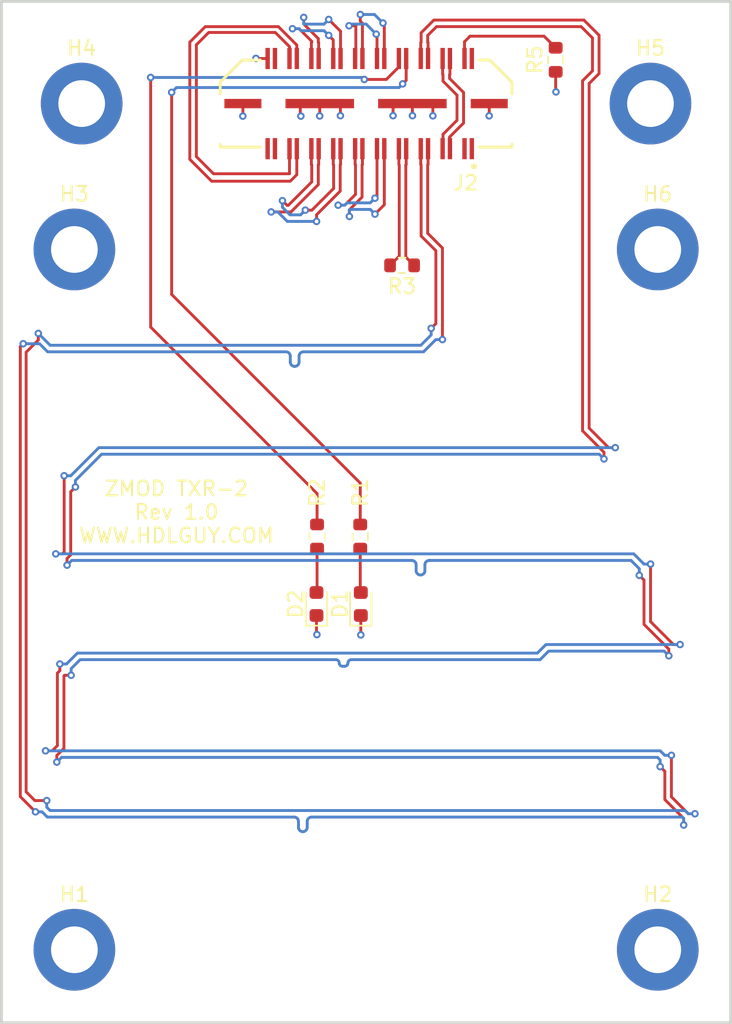
<source format=kicad_pcb>
(kicad_pcb (version 20211014) (generator pcbnew)
  (layers (0 "F.Cu" signal) (1 "In1.Cu" power) (2 "In2.Cu" power) (3 "In3.Cu" power) (4 "In4.Cu" power) (31 "B.Cu" signal) (34 "B.Paste" user) (35 "F.Paste" user) (36 "B.SilkS" user "B.Silkscreen") (37 "F.SilkS" user "F.Silkscreen") (38 "B.Mask" user) (39 "F.Mask" user) (44 "Edge.Cuts" user))
  (net 0 "")
  (net 1 "GND")
  (net 2 "/SCL")
  (net 3 "/SDA")
  (net 4 "/rsvd1")
  (net 5 "/rsvd2")
  (net 6 "/VIO")
  (net 7 "+3V3")
  (net 8 "Net-(D1-Pad2)")
  (net 9 "Net-(D2-Pad2)")
  (net 10 "Net-(J2-Pad14)")
  (net 11 "Net-(J2-Pad16)")
  (net 12 "+5V")
  (net 13 "/R_GA")
  (net 20 "/refclk_P")
  (net 21 "/refclk_N")
  (net 22 "/hss1_P")
  (net 23 "/hss1_N")
  (net 24 "/lvds0_P")
  (net 25 "/lvds3_P")
  (net 26 "/lvds0_N")
  (net 27 "/lvds3_N")
  (net 28 "/lvds1_P")
  (net 29 "/lvds2_P")
  (net 30 "/lvds1_N")
  (net 31 "/lvds2_N")
  (net 32 "/lvdsclk_P")
  (net 33 "/lvdsclk_N")
  (net 34 "/hss0_P")
  (net 35 "/hss0_N")
  (footprint "LED_SMD:LED_0603_1608Metric" (layer "F.Cu") (at 121.6 91.3 90)
    (fp_text reference "D2" (at 0 -1.43 90) (layer "F.SilkS"))
    (fp_text value "LED" hide)
    (fp_line (start -1.485 0.735) (end 0.8 0.735) (layer "F.SilkS") (width 0.12))
    (fp_line (start 0.8 -0.735) (end -1.485 -0.735) (layer "F.SilkS") (width 0.12))
    (fp_line (start -1.485 -0.735) (end -1.485 0.735) (layer "F.SilkS") (width 0.12))
    (pad "1" smd roundrect (at -0.7875 0 90) (size 0.875 0.95) (layers "F.Cu" "F.Paste" "F.Mask") (net 1 "GND"))
    (pad "2" smd roundrect (at 0.7875 0 90) (size 0.875 0.95) (layers "F.Cu" "F.Paste" "F.Mask") (net 9 "Net-(D2-Pad2)"))
  )
  (footprint "LED_SMD:LED_0603_1608Metric" (layer "F.Cu") (at 124.64 91.3 90)
    (fp_text reference "D1" (at 0 -1.43 90) (layer "F.SilkS"))
    (fp_text value "LED" hide)
    (fp_line (start -1.485 0.735) (end 0.8 0.735) (layer "F.SilkS") (width 0.12))
    (fp_line (start 0.8 -0.735) (end -1.485 -0.735) (layer "F.SilkS") (width 0.12))
    (fp_line (start -1.485 -0.735) (end -1.485 0.735) (layer "F.SilkS") (width 0.12))
    (pad "1" smd roundrect (at -0.7875 0 90) (size 0.875 0.95) (layers "F.Cu" "F.Paste" "F.Mask") (net 1 "GND"))
    (pad "2" smd roundrect (at 0.7875 0 90) (size 0.875 0.95) (layers "F.Cu" "F.Paste" "F.Mask") (net 8 "Net-(D1-Pad2)"))
  )
  (footprint "MountingHole:MountingHole_3.2mm_M3_DIN965_Pad_TopBottom" (layer "F.Cu") (at 145 67)
    (fp_text reference "H6" (at 0 -3.8) (layer "F.SilkS"))
    (fp_text value "MountingHole_Pad" hide)
    (pad "1" connect circle locked (at 0 0) (size 5.6 5.6) (layers "F.Cu" "F.Mask"))
    (pad "1" connect circle locked (at 0 0) (size 5.6 5.6) (layers "B.Cu" "B.Mask"))
    (pad "1" thru_hole circle locked (at 0 0) (size 3.6 3.6) (drill 3.2) (layers *.Cu *.Mask))
  )
  (footprint "Resistor_SMD:R_0603_1608Metric" (layer "F.Cu") (at 121.64 86.675 90)
    (fp_text reference "R2" (at 3 0 90) (layer "F.SilkS"))
    (fp_text value "240" hide)
    (fp_line (start -0.237258 -0.5225) (end 0.237258 -0.5225) (layer "F.SilkS") (width 0.12))
    (fp_line (start -0.237258 0.5225) (end 0.237258 0.5225) (layer "F.SilkS") (width 0.12))
    (pad "1" smd roundrect (at -0.825 0 90) (size 0.8 0.95) (layers "F.Cu" "F.Paste" "F.Mask") (net 9 "Net-(D2-Pad2)"))
    (pad "2" smd roundrect (at 0.825 0 90) (size 0.8 0.95) (layers "F.Cu" "F.Paste" "F.Mask") (net 11 "Net-(J2-Pad16)"))
  )
  (footprint "MountingHole:MountingHole_3.2mm_M3_DIN965_Pad_TopBottom" (layer "F.Cu") (at 144.5 57)
    (fp_text reference "H5" (at 0 -3.8) (layer "F.SilkS"))
    (fp_text value "MountingHole_Pad" hide)
    (pad "1" connect circle locked (at 0 0) (size 5.6 5.6) (layers "F.Cu" "F.Mask"))
    (pad "1" connect circle locked (at 0 0) (size 5.6 5.6) (layers "B.Cu" "B.Mask"))
    (pad "1" thru_hole circle locked (at 0 0) (size 3.6 3.6) (drill 3.2) (layers *.Cu *.Mask))
  )
  (footprint "MountingHole:MountingHole_3.2mm_M3_DIN965_Pad_TopBottom" (layer "F.Cu") (at 105 115)
    (fp_text reference "H1" (at 0 -3.8) (layer "F.SilkS"))
    (fp_text value "MountingHole_Pad" hide)
    (pad "1" connect circle locked (at 0 0) (size 5.6 5.6) (layers "F.Cu" "F.Mask"))
    (pad "1" connect circle locked (at 0 0) (size 5.6 5.6) (layers "B.Cu" "B.Mask"))
    (pad "1" thru_hole circle locked (at 0 0) (size 3.6 3.6) (drill 3.2) (layers *.Cu *.Mask))
  )
  (footprint "QTH:SAMTEC_QTH-020-01-X-D-DP-A" (layer "F.Cu") (at 125 57 180)
    (fp_text reference "J2" (at -6.825 -5.435 180) (layer "F.SilkS"))
    (fp_text value "QTH-020-01-X-D-DP-A" hide)
    (fp_line (start 10 0.67) (end 10 1.465) (layer "F.SilkS") (width 0.2))
    (fp_line (start -10 1.465) (end -8.48 2.985) (layer "F.SilkS") (width 0.2))
    (fp_line (start -10 -2.985) (end -7.75 -2.985) (layer "F.SilkS") (width 0.2))
    (fp_line (start -10 0.67) (end -10 1.465) (layer "F.SilkS") (width 0.2))
    (fp_line (start 8.48 2.985) (end 7.25 2.985) (layer "F.SilkS") (width 0.2))
    (fp_line (start -8.48 2.985) (end -7.75 2.985) (layer "F.SilkS") (width 0.2))
    (fp_line (start 10 -2.79) (end 10 -2.985) (layer "F.SilkS") (width 0.2))
    (fp_line (start 10 -2.985) (end 7.25 -2.985) (layer "F.SilkS") (width 0.2))
    (fp_line (start -10 -2.79) (end -10 -2.985) (layer "F.SilkS") (width 0.2))
    (fp_line (start 10 1.465) (end 8.48 2.985) (layer "F.SilkS") (width 0.2))
    (fp_circle (center -7.4 -4.3) (end -7.3 -4.3) (layer "F.SilkS") (width 0.2) (fill none))
    (pad "" np_thru_hole circle locked (at -9.24 -2.03 180) (size 1.02 1.02) (drill 1.02) (layers *.Cu *.Mask))
    (pad "" np_thru_hole circle locked (at 9.24 -2.03 180) (size 1.02 1.02) (drill 1.02) (layers *.Cu *.Mask))
    (pad "01" smd rect locked (at -7.25 -3.09 180) (size 0.3 1.45) (layers "F.Cu" "F.Paste" "F.Mask") (net 2 "/SCL"))
    (pad "02" smd rect locked (at -7.25 3.09 180) (size 0.3 1.45) (layers "F.Cu" "F.Paste" "F.Mask") (net 12 "+5V"))
    (pad "03" smd rect locked (at -6.75 -3.09 180) (size 0.3 1.45) (layers "F.Cu" "F.Paste" "F.Mask") (net 3 "/SDA"))
    (pad "04" smd rect locked (at -6.75 3.09 180) (size 0.3 1.45) (layers "F.Cu" "F.Paste" "F.Mask") (net 13 "/R_GA"))
    (pad "05" smd rect locked (at -5.75 -3.09 180) (size 0.3 1.45) (layers "F.Cu" "F.Paste" "F.Mask") (net 34 "/hss0_P"))
    (pad "06" smd rect locked (at -5.75 3.09 180) (size 0.3 1.45) (layers "F.Cu" "F.Paste" "F.Mask") (net 34 "/hss0_P"))
    (pad "07" smd rect locked (at -5.25 -3.09 180) (size 0.3 1.45) (layers "F.Cu" "F.Paste" "F.Mask") (net 35 "/hss0_N"))
    (pad "08" smd rect locked (at -5.25 3.09 180) (size 0.3 1.45) (layers "F.Cu" "F.Paste" "F.Mask") (net 35 "/hss0_N"))
    (pad "09" smd rect locked (at -4.25 -3.09 180) (size 0.3 1.45) (layers "F.Cu" "F.Paste" "F.Mask") (net 22 "/hss1_P"))
    (pad "10" smd rect locked (at -4.25 3.09 180) (size 0.3 1.45) (layers "F.Cu" "F.Paste" "F.Mask") (net 22 "/hss1_P"))
    (pad "11" smd rect locked (at -3.75 -3.09 180) (size 0.3 1.45) (layers "F.Cu" "F.Paste" "F.Mask") (net 23 "/hss1_N"))
    (pad "12" smd rect locked (at -3.75 3.09 180) (size 0.3 1.45) (layers "F.Cu" "F.Paste" "F.Mask") (net 23 "/hss1_N"))
    (pad "13" smd rect locked (at -2.75 -3.09 180) (size 0.3 1.45) (layers "F.Cu" "F.Paste" "F.Mask") (net 20 "/refclk_P"))
    (pad "14" smd rect locked (at -2.75 3.09 180) (size 0.3 1.45) (layers "F.Cu" "F.Paste" "F.Mask") (net 10 "Net-(J2-Pad14)"))
    (pad "15" smd rect locked (at -2.25 -3.09 180) (size 0.3 1.45) (layers "F.Cu" "F.Paste" "F.Mask") (net 21 "/refclk_N"))
    (pad "16" smd rect locked (at -2.25 3.09 180) (size 0.3 1.45) (layers "F.Cu" "F.Paste" "F.Mask") (net 11 "Net-(J2-Pad16)"))
    (pad "17" smd rect locked (at -1.25 -3.09 180) (size 0.3 1.45) (layers "F.Cu" "F.Paste" "F.Mask") (net 24 "/lvds0_P"))
    (pad "18" smd rect locked (at -1.25 3.09 180) (size 0.3 1.45) (layers "F.Cu" "F.Paste" "F.Mask") (net 25 "/lvds3_P"))
    (pad "19" smd rect locked (at -0.75 -3.09 180) (size 0.3 1.45) (layers "F.Cu" "F.Paste" "F.Mask") (net 26 "/lvds0_N"))
    (pad "20" smd rect locked (at -0.75 3.09 180) (size 0.3 1.45) (layers "F.Cu" "F.Paste" "F.Mask") (net 27 "/lvds3_N"))
    (pad "21" smd rect locked (at 0.25 -3.09 180) (size 0.3 1.45) (layers "F.Cu" "F.Paste" "F.Mask") (net 24 "/lvds0_P"))
    (pad "22" smd rect locked (at 0.25 3.09 180) (size 0.3 1.45) (layers "F.Cu" "F.Paste" "F.Mask") (net 25 "/lvds3_P"))
    (pad "23" smd rect locked (at 0.75 -3.09 180) (size 0.3 1.45) (layers "F.Cu" "F.Paste" "F.Mask") (net 26 "/lvds0_N"))
    (pad "24" smd rect locked (at 0.75 3.09 180) (size 0.3 1.45) (layers "F.Cu" "F.Paste" "F.Mask") (net 27 "/lvds3_N"))
    (pad "25" smd rect locked (at 1.75 -3.09 180) (size 0.3 1.45) (layers "F.Cu" "F.Paste" "F.Mask") (net 28 "/lvds1_P"))
    (pad "26" smd rect locked (at 1.75 3.09 180) (size 0.3 1.45) (layers "F.Cu" "F.Paste" "F.Mask") (net 29 "/lvds2_P"))
    (pad "27" smd rect locked (at 2.25 -3.09 180) (size 0.3 1.45) (layers "F.Cu" "F.Paste" "F.Mask") (net 30 "/lvds1_N"))
    (pad "28" smd rect locked (at 2.25 3.09 180) (size 0.3 1.45) (layers "F.Cu" "F.Paste" "F.Mask") (net 31 "/lvds2_N"))
    (pad "29" smd rect locked (at 3.25 -3.09 180) (size 0.3 1.45) (layers "F.Cu" "F.Paste" "F.Mask") (net 28 "/lvds1_P"))
    (pad "30" smd rect locked (at 3.25 3.09 180) (size 0.3 1.45) (layers "F.Cu" "F.Paste" "F.Mask") (net 29 "/lvds2_P"))
    (pad "31" smd rect locked (at 3.75 -3.09 180) (size 0.3 1.45) (layers "F.Cu" "F.Paste" "F.Mask") (net 30 "/lvds1_N"))
    (pad "32" smd rect locked (at 3.75 3.09 180) (size 0.3 1.45) (layers "F.Cu" "F.Paste" "F.Mask") (net 31 "/lvds2_N"))
    (pad "33" smd rect locked (at 4.75 -3.09 180) (size 0.3 1.45) (layers "F.Cu" "F.Paste" "F.Mask") (net 32 "/lvdsclk_P"))
    (pad "34" smd rect locked (at 4.75 3.09 180) (size 0.3 1.45) (layers "F.Cu" "F.Paste" "F.Mask") (net 32 "/lvdsclk_P"))
    (pad "35" smd rect locked (at 5.25 -3.09 180) (size 0.3 1.45) (layers "F.Cu" "F.Paste" "F.Mask") (net 33 "/lvdsclk_N"))
    (pad "36" smd rect locked (at 5.25 3.09 180) (size 0.3 1.45) (layers "F.Cu" "F.Paste" "F.Mask") (net 33 "/lvdsclk_N"))
    (pad "37" smd rect locked (at 6.25 -3.09 180) (size 0.3 1.45) (layers "F.Cu" "F.Paste" "F.Mask") (net 4 "/rsvd1"))
    (pad "38" smd rect locked (at 6.25 3.09 180) (size 0.3 1.45) (layers "F.Cu" "F.Paste" "F.Mask") (net 5 "/rsvd2"))
    (pad "39" smd rect locked (at 6.75 -3.09 180) (size 0.3 1.45) (layers "F.Cu" "F.Paste" "F.Mask") (net 6 "/VIO"))
    (pad "40" smd rect locked (at 6.75 3.09 180) (size 0.3 1.45) (layers "F.Cu" "F.Paste" "F.Mask") (net 7 "+3V3"))
    (pad "G1" smd rect locked (at -8.445 0 180) (size 2.54 0.64) (layers "F.Cu" "F.Paste" "F.Mask") (net 1 "GND"))
    (pad "G2" smd rect locked (at -3.175 0 180) (size 4.7 0.64) (layers "F.Cu" "F.Paste" "F.Mask") (net 1 "GND"))
    (pad "G3" smd rect locked (at 3.175 0 180) (size 4.7 0.64) (layers "F.Cu" "F.Paste" "F.Mask") (net 1 "GND"))
    (pad "G4" smd rect locked (at 8.445 0 180) (size 2.54 0.64) (layers "F.Cu" "F.Paste" "F.Mask") (net 1 "GND"))
  )
  (footprint "MountingHole:MountingHole_3.2mm_M3_DIN965_Pad_TopBottom" (layer "F.Cu") (at 105 67)
    (fp_text reference "H3" (at 0 -3.8) (layer "F.SilkS"))
    (fp_text value "MountingHole_Pad" hide)
    (pad "1" thru_hole circle locked (at 0 0) (size 3.6 3.6) (drill 3.2) (layers *.Cu *.Mask))
    (pad "1" connect circle locked (at 0 0) (size 5.6 5.6) (layers "F.Cu" "F.Mask"))
    (pad "1" connect circle locked (at 0 0) (size 5.6 5.6) (layers "B.Cu" "B.Mask"))
  )
  (footprint "MountingHole:MountingHole_3.2mm_M3_DIN965_Pad_TopBottom" (layer "F.Cu") (at 105.5 57)
    (fp_text reference "H4" (at 0 -3.8) (layer "F.SilkS"))
    (fp_text value "MountingHole_Pad" hide)
    (pad "1" connect circle locked (at 0 0) (size 5.6 5.6) (layers "B.Cu" "B.Mask"))
    (pad "1" connect circle locked (at 0 0) (size 5.6 5.6) (layers "F.Cu" "F.Mask"))
    (pad "1" thru_hole circle locked (at 0 0) (size 3.6 3.6) (drill 3.2) (layers *.Cu *.Mask))
  )
  (footprint "Resistor_SMD:R_0603_1608Metric" (layer "F.Cu") (at 127.47 68.09 180)
    (fp_text reference "R3" (at 0 -1.43) (layer "F.SilkS"))
    (fp_text value "100" hide)
    (fp_line (start -0.237258 -0.5225) (end 0.237258 -0.5225) (layer "F.SilkS") (width 0.12))
    (fp_line (start -0.237258 0.5225) (end 0.237258 0.5225) (layer "F.SilkS") (width 0.12))
    (pad "1" smd roundrect (at -0.825 0 180) (size 0.8 0.95) (layers "F.Cu" "F.Paste" "F.Mask") (net 20 "/refclk_P"))
    (pad "2" smd roundrect (at 0.825 0 180) (size 0.8 0.95) (layers "F.Cu" "F.Paste" "F.Mask") (net 21 "/refclk_N"))
  )
  (footprint "Resistor_SMD:R_0603_1608Metric" (layer "F.Cu") (at 124.6 86.675 90)
    (fp_text reference "R1" (at 3 0 90) (layer "F.SilkS"))
    (fp_text value "240" hide)
    (fp_line (start -0.237258 0.5225) (end 0.237258 0.5225) (layer "F.SilkS") (width 0.12))
    (fp_line (start -0.237258 -0.5225) (end 0.237258 -0.5225) (layer "F.SilkS") (width 0.12))
    (pad "1" smd roundrect (at -0.825 0 90) (size 0.8 0.95) (layers "F.Cu" "F.Paste" "F.Mask") (net 8 "Net-(D1-Pad2)"))
    (pad "2" smd roundrect (at 0.825 0 90) (size 0.8 0.95) (layers "F.Cu" "F.Paste" "F.Mask") (net 10 "Net-(J2-Pad14)"))
  )
  (footprint "MountingHole:MountingHole_3.2mm_M3_DIN965_Pad_TopBottom" (layer "F.Cu") (at 145 115)
    (fp_text reference "H2" (at 0 -3.8) (layer "F.SilkS"))
    (fp_text value "MountingHole_Pad" hide)
    (pad "1" thru_hole circle locked (at 0 0) (size 3.6 3.6) (drill 3.2) (layers *.Cu *.Mask))
    (pad "1" connect circle locked (at 0 0) (size 5.6 5.6) (layers "F.Cu" "F.Mask"))
    (pad "1" connect circle locked (at 0 0) (size 5.6 5.6) (layers "B.Cu" "B.Mask"))
  )
  (footprint "Resistor_SMD:R_0603_1608Metric" (layer "F.Cu") (at 138 54 90)
    (fp_text reference "R5" (at 0 -1.43 90) (layer "F.SilkS"))
    (fp_text value "10k,1%" hide)
    (fp_line (start -0.237258 0.5225) (end 0.237258 0.5225) (layer "F.SilkS") (width 0.12))
    (fp_line (start -0.237258 -0.5225) (end 0.237258 -0.5225) (layer "F.SilkS") (width 0.12))
    (pad "1" smd roundrect (at -0.825 0 90) (size 0.8 0.95) (layers "F.Cu" "F.Paste" "F.Mask") (net 7 "+3V3"))
    (pad "2" smd roundrect (at 0.825 0 90) (size 0.8 0.95) (layers "F.Cu" "F.Paste" "F.Mask") (net 13 "/R_GA"))
  )
  (gr_line locked (start 150 50) (end 100 50) (layer "Edge.Cuts") (width 0.2))
  (gr_line locked (start 100 50) (end 100 120) (layer "Edge.Cuts") (width 0.2))
  (gr_line locked (start 100 120) (end 150 120) (layer "Edge.Cuts") (width 0.2))
  (gr_line locked (start 150 120) (end 150 50) (layer "Edge.Cuts") (width 0.2))
  (gr_text "ZMOD TXR-2\nRev 1.0\nWWW.HDLGUY.COM" (at 112 85) (layer "F.SilkS") (effects (font (size 1 1))))
  (segment (start 128.175 57) (end 128.175 57.825) (width 0.19558) (layer "F.Cu") (net 1))
  (segment (start 128.175 57.825) (end 128.18 57.83) (width 0.19558) (layer "F.Cu") (net 1))
  (segment (start 126.85 57.31) (end 126.85 57.83) (width 0.19558) (layer "F.Cu") (net 1))
  (segment (start 129.58 57.21) (end 129.58 57.84) (width 0.19558) (layer "F.Cu") (net 1))
  (segment (start 121.825 57) (end 121.825 57.845) (width 0.19558) (layer "F.Cu") (net 1))
  (segment (start 116.555 57.855) (end 116.55 57.86) (width 0.19558) (layer "F.Cu") (net 1))
  (segment (start 116.555 57) (end 116.555 57.855) (width 0.19558) (layer "F.Cu") (net 1))
  (segment (start 121.825 57.845) (end 121.82 57.85) (width 0.19558) (layer "F.Cu") (net 1))
  (segment (start 121.6 93.37) (end 121.63 93.4) (width 0.19558) (layer "F.Cu") (net 1))
  (segment (start 120.49 57.14) (end 120.49 57.82) (width 0.19558) (layer "F.Cu") (net 1))
  (segment (start 120.49 57.82) (end 120.53 57.86) (width 0.19558) (layer "F.Cu") (net 1))
  (segment (start 133.445 57) (end 133.445 57.835) (width 0.19558) (layer "F.Cu") (net 1))
  (segment (start 133.445 57.835) (end 133.44 57.84) (width 0.19558) (layer "F.Cu") (net 1))
  (segment (start 121.6 92.0875) (end 121.6 93.37) (width 0.19558) (layer "F.Cu") (net 1))
  (segment (start 123.24 57.29) (end 123.24 57.83) (width 0.19558) (layer "F.Cu") (net 1))
  (segment (start 124.64 92.0875) (end 124.64 93.42) (width 0.19558) (layer "F.Cu") (net 1))
  (segment (start 122.95 57) (end 123.24 57.29) (width 0.19558) (layer "F.Cu") (net 1))
  (segment (start 127.11 57.05) (end 126.85 57.31) (width 0.19558) (layer "F.Cu") (net 1))
  (via (at 120.53 57.86) (size 0.508) (drill 0.254) (layers "F.Cu" "B.Cu") (net 1))
  (via (at 121.82 57.85) (size 0.508) (drill 0.254) (layers "F.Cu" "B.Cu") (net 1))
  (via (at 116.55 57.86) (size 0.508) (drill 0.254) (layers "F.Cu" "B.Cu") (net 1))
  (via (at 123.24 57.83) (size 0.508) (drill 0.254) (layers "F.Cu" "B.Cu") (net 1))
  (via (at 121.63 93.4) (size 0.508) (drill 0.254) (layers "F.Cu" "B.Cu") (net 1))
  (via (at 124.64 93.42) (size 0.508) (drill 0.254) (layers "F.Cu" "B.Cu") (net 1))
  (via (at 133.44 57.84) (size 0.508) (drill 0.254) (layers "F.Cu" "B.Cu") (net 1))
  (via (at 129.58 57.84) (size 0.508) (drill 0.254) (layers "F.Cu" "B.Cu") (net 1))
  (via (at 126.85 57.83) (size 0.508) (drill 0.254) (layers "F.Cu" "B.Cu") (net 1))
  (via (at 128.18 57.83) (size 0.508) (drill 0.254) (layers "F.Cu" "B.Cu") (net 1))
  (segment (start 118.25 53.91) (end 117.46 53.91) (width 0.19558) (layer "F.Cu") (net 7))
  (segment (start 138 54.825) (end 138 56.18) (width 0.19558) (layer "F.Cu") (net 7))
  (segment (start 117.46 53.91) (end 117.45 53.9) (width 0.19558) (layer "F.Cu") (net 7))
  (segment (start 138 56.18) (end 138.02 56.2) (width 0.19558) (layer "F.Cu") (net 7))
  (via (at 117.45 53.9) (size 0.508) (drill 0.254) (layers "F.Cu" "B.Cu") (net 7))
  (via (at 138.02 56.2) (size 0.508) (drill 0.254) (layers "F.Cu" "B.Cu") (net 7))
  (segment (start 124.6 87.5) (end 124.6 90.4725) (width 0.19558) (layer "F.Cu") (net 8))
  (segment (start 121.64 87.5) (end 121.64 90.4725) (width 0.19558) (layer "F.Cu") (net 9))
  (segment (start 111.67 70.08) (end 124.6 83.01) (width 0.19558) (layer "F.Cu") (net 10))
  (segment (start 111.67 70.08) (end 111.67 56.23) (width 0.19558) (layer "F.Cu") (net 10))
  (segment (start 127.75 55.41) (end 127.75 53.91) (width 0.19558) (layer "F.Cu") (net 10))
  (segment (start 124.6 85.85) (end 124.6 83.01) (width 0.19558) (layer "F.Cu") (net 10))
  (segment (start 127.51 55.65) (end 127.75 55.41) (width 0.19558) (layer "F.Cu") (net 10))
  (via (at 127.51 55.65) (size 0.508) (drill 0.254) (layers "F.Cu" "B.Cu") (net 10))
  (via (at 111.67 56.23) (size 0.508) (drill 0.254) (layers "F.Cu" "B.Cu") (net 10))
  (segment (start 112 55.9) (end 127.26 55.9) (width 0.19558) (layer "B.Cu") (net 10))
  (segment (start 111.67 56.23) (end 112 55.9) (width 0.19558) (layer "B.Cu") (net 10))
  (segment (start 127.26 55.9) (end 127.51 55.65) (width 0.19558) (layer "B.Cu") (net 10))
  (segment (start 126.38949 55.34551) (end 124.88 55.34551) (width 0.19558) (layer "F.Cu") (net 11))
  (segment (start 127.25 54.485) (end 126.38949 55.34551) (width 0.19558) (layer "F.Cu") (net 11))
  (segment (start 121.64 85.85) (end 121.64 83.73) (width 0.19558) (layer "F.Cu") (net 11))
  (segment (start 110.23 72.32) (end 110.23 55.21) (width 0.19558) (layer "F.Cu") (net 11))
  (segment (start 110.23 72.32) (end 121.64 83.73) (width 0.19558) (layer "F.Cu") (net 11))
  (via (at 110.23 55.21) (size 0.508) (drill 0.254) (layers "F.Cu" "B.Cu") (net 11))
  (via (at 124.88 55.34551) (size 0.508) (drill 0.254) (layers "F.Cu" "B.Cu") (net 11))
  (segment (start 124.74449 55.21) (end 124.88 55.34551) (width 0.19558) (layer "B.Cu") (net 11))
  (segment (start 110.23 55.21) (end 124.74449 55.21) (width 0.19558) (layer "B.Cu") (net 11))
  (segment (start 137.205 52.38) (end 138 53.175) (width 0.19558) (layer "F.Cu") (net 13))
  (segment (start 131.75 52.76) (end 132.13 52.38) (width 0.19558) (layer "F.Cu") (net 13))
  (segment (start 131.75 53.91) (end 131.75 52.76) (width 0.19558) (layer "F.Cu") (net 13))
  (segment (start 132.13 52.38) (end 137.205 52.38) (width 0.19558) (layer "F.Cu") (net 13))
  (segment (start 127.75 61.177501) (end 127.72479 61.202711) (width 0.19558) (layer "F.Cu") (net 20))
  (segment (start 127.72479 61.202711) (end 127.72479 67.51979) (width 0.19558) (layer "F.Cu") (net 20))
  (segment (start 127.72479 67.51979) (end 128.295 68.09) (width 0.19558) (layer "F.Cu") (net 20))
  (segment (start 127.75 60.09) (end 127.75 61.177501) (width 0.19558) (layer "F.Cu") (net 20))
  (segment (start 127.25 60.09) (end 127.25 61.177501) (width 0.19558) (layer "F.Cu") (net 21))
  (segment (start 127.27521 67.45979) (end 126.645 68.09) (width 0.19558) (layer "F.Cu") (net 21))
  (segment (start 127.27521 61.202711) (end 127.27521 67.45979) (width 0.19558) (layer "F.Cu") (net 21))
  (segment (start 127.25 61.177501) (end 127.27521 61.202711) (width 0.19558) (layer "F.Cu") (net 21))
  (segment (start 139.84521 55.436888) (end 139.84521 79.433112) (width 0.19558) (layer "F.Cu") (net 22))
  (segment (start 130.236152 66.89825) (end 129.22479 65.886888) (width 0.19558) (layer "F.Cu") (net 22))
  (segment (start 101.291719 73.658515) (end 101.490337 73.459897) (width 0.19558) (layer "F.Cu") (net 22))
  (segment (start 129.22479 65.886888) (end 129.22479 61.202711) (width 0.19558) (layer "F.Cu") (net 22))
  (segment (start 129.22479 52.797289) (end 129.22479 52.333112) (width 0.19558) (layer "F.Cu") (net 22))
  (segment (start 144.056571 89.658875) (end 144.056571 92.694473) (width 0.19558) (layer "F.Cu") (net 22))
  (segment (start 139.746888 51.72479) (end 140.52521 52.503112) (width 0.19558) (layer "F.Cu") (net 22))
  (segment (start 129.25 52.822499) (end 129.22479 52.797289) (width 0.19558) (layer "F.Cu") (net 22))
  (segment (start 129.25 53.91) (end 129.25 52.822499) (width 0.19558) (layer "F.Cu") (net 22))
  (segment (start 101.291719 104.504023) (end 101.291719 73.658515) (width 0.19558) (layer "F.Cu") (net 22))
  (segment (start 105.071152 83.281152) (end 104.748429 83.603875) (width 0.19558) (layer "F.Cu") (net 22))
  (segment (start 129.22479 61.202711) (end 129.25 61.177501) (width 0.19558) (layer "F.Cu") (net 22))
  (segment (start 145.163848 102.446152) (end 145.486571 102.768875) (width 0.19558) (layer "F.Cu") (net 22))
  (segment (start 130.236152 73.176152) (end 130.236152 66.89825) (width 0.19558) (layer "F.Cu") (net 22))
  (segment (start 104.776152 96.186152) (end 104.32175 96.186152) (width 0.19558) (layer "F.Cu") (net 22))
  (segment (start 129.25 61.177501) (end 129.25 60.09) (width 0.19558) (layer "F.Cu") (net 22))
  (segment (start 129.833112 51.72479) (end 139.746888 51.72479) (width 0.19558) (layer "F.Cu") (net 22))
  (segment (start 103.796152 101.68175) (end 103.796152 102.136152) (width 0.19558) (layer "F.Cu") (net 22))
  (segment (start 104.28479 96.223112) (end 104.28479 101.193112) (width 0.19558) (layer "F.Cu") (net 22))
  (segment (start 129.22479 52.333112) (end 129.833112 51.72479) (width 0.19558) (layer "F.Cu") (net 22))
  (segment (start 104.748429 87.929473) (end 104.496152 88.18175) (width 0.19558) (layer "F.Cu") (net 22))
  (segment (start 139.84521 79.433112) (end 141.313848 80.90175) (width 0.19558) (layer "F.Cu") (net 22))
  (segment (start 102.333848 105.546152) (end 101.291719 104.504023) (width 0.19558) (layer "F.Cu") (net 22))
  (segment (start 143.733848 89.336152) (end 144.056571 89.658875) (width 0.19558) (layer "F.Cu") (net 22))
  (segment (start 140.52521 54.756888) (end 139.84521 55.436888) (width 0.19558) (layer "F.Cu") (net 22))
  (segment (start 104.28479 101.193112) (end 103.796152 101.68175) (width 0.19558) (layer "F.Cu") (net 22))
  (segment (start 104.496152 88.18175) (end 104.496152 88.636152) (width 0.19558) (layer "F.Cu") (net 22))
  (segment (start 146.778848 105.99675) (end 146.778848 106.451152) (width 0.19558) (layer "F.Cu") (net 22))
  (segment (start 144.056571 92.694473) (end 145.758848 94.39675) (width 0.19558) (layer "F.Cu") (net 22))
  (segment (start 104.32175 96.186152) (end 104.28479 96.223112) (width 0.19558) (layer "F.Cu") (net 22))
  (segment (start 145.758848 94.39675) (end 145.758848 94.851152) (width 0.19558) (layer "F.Cu") (net 22))
  (segment (start 145.486571 104.704473) (end 146.778848 105.99675) (width 0.19558) (layer "F.Cu") (net 22))
  (segment (start 141.313848 80.90175) (end 141.313848 81.356152) (width 0.19558) (layer "F.Cu") (net 22))
  (segment (start 104.748429 83.603875) (end 104.748429 87.929473) (width 0.19558) (layer "F.Cu") (net 22))
  (segment (start 145.486571 102.768875) (end 145.486571 104.704473) (width 0.19558) (layer "F.Cu") (net 22))
  (segment (start 140.52521 52.503112) (end 140.52521 54.756888) (width 0.19558) (layer "F.Cu") (net 22))
  (via (at 141.313848 81.356152) (size 0.508) (drill 0.254) (layers "F.Cu" "B.Cu") (net 22))
  (via (at 146.778848 106.451152) (size 0.508) (drill 0.254) (layers "F.Cu" "B.Cu") (net 22))
  (via (at 105.071152 83.281152) (size 0.508) (drill 0.254) (layers "F.Cu" "B.Cu") (net 22))
  (via (at 102.333848 105.546152) (size 0.508) (drill 0.254) (layers "F.Cu" "B.Cu") (net 22))
  (via (at 145.163848 102.446152) (size 0.508) (drill 0.254) (layers "F.Cu" "B.Cu") (net 22))
  (via (at 143.733848 89.336152) (size 0.508) (drill 0.254) (layers "F.Cu" "B.Cu") (net 22))
  (via (at 130.236152 73.176152) (size 0.508) (drill 0.254) (layers "F.Cu" "B.Cu") (net 22))
  (via (at 101.490337 73.459897) (size 0.508) (drill 0.254) (layers "F.Cu" "B.Cu") (net 22))
  (via (at 103.796152 102.136152) (size 0.508) (drill 0.254) (layers "F.Cu" "B.Cu") (net 22))
  (via (at 145.758848 94.851152) (size 0.508) (drill 0.254) (layers "F.Cu" "B.Cu") (net 22))
  (via (at 104.496152 88.636152) (size 0.508) (drill 0.254) (layers "F.Cu" "B.Cu") (net 22))
  (via (at 104.776152 96.186152) (size 0.508) (drill 0.254) (layers "F.Cu" "B.Cu") (net 22))
  (segment (start 145.758848 94.851152) (end 145.436125 94.528429) (width 0.19558) (layer "B.Cu") (net 22))
  (segment (start 140.991125 81.033429) (end 106.864473 81.033429) (width 0.19558) (layer "B.Cu") (net 22))
  (segment (start 143.165527 88.313429) (end 143.733848 88.88175) (width 0.19558) (layer "B.Cu") (net 22))
  (segment (start 121.26479 105.90479) (end 121.31479 105.90479) (width 0.19558) (layer "B.Cu") (net 22))
  (segment (start 104.776152 95.73175) (end 104.776152 96.186152) (width 0.19558) (layer "B.Cu") (net 22))
  (segment (start 136.933112 95.11479) (end 123.98521 95.11479) (width 0.19558) (layer "B.Cu") (net 22))
  (segment (start 141.313848 81.356152) (end 140.991125 81.033429) (width 0.19558) (layer "B.Cu") (net 22))
  (segment (start 120.70521 74.01479) (end 120.75521 74.01479) (width 0.19558) (layer "B.Cu") (net 22))
  (segment (start 120.40521 74.71479) (end 120.40521 74.31479) (width 0.19558) (layer "B.Cu") (net 22))
  (segment (start 102.78825 105.546152) (end 103.146888 105.90479) (width 0.19558) (layer "B.Cu") (net 22))
  (segment (start 122.931158 95.11479) (end 122.78521 95.11479) (width 0.19558) (layer "B.Cu") (net 22))
  (segment (start 129.383429 88.313429) (end 143.165527 88.313429) (width 0.19558) (layer "B.Cu") (net 22))
  (segment (start 102.609897 73.459897) (end 103.16479 74.01479) (width 0.19558) (layer "B.Cu") (net 22))
  (segment (start 120.75521 74.01479) (end 128.943112 74.01479) (width 0.19558) (layer "B.Cu") (net 22))
  (segment (start 145.163848 101.99175) (end 145.163848 102.446152) (width 0.19558) (layer "B.Cu") (net 22))
  (segment (start 144.985527 101.813429) (end 145.163848 101.99175) (width 0.19558) (layer "B.Cu") (net 22))
  (segment (start 123.531158 95.568842) (end 123.38521 95.568842) (width 0.19558) (layer "B.Cu") (net 22))
  (segment (start 103.16479 74.01479) (end 119.50521 74.01479) (width 0.19558) (layer "B.Cu") (net 22))
  (segment (start 137.519473 94.528429) (end 136.933112 95.11479) (width 0.19558) (layer "B.Cu") (net 22))
  (segment (start 128.943112 74.01479) (end 129.78175 73.176152) (width 0.19558) (layer "B.Cu") (net 22))
  (segment (start 143.733848 88.88175) (end 143.733848 89.336152) (width 0.19558) (layer "B.Cu") (net 22))
  (segment (start 120.96479 106.60479) (end 120.96479 106.20479) (width 0.19558) (layer "B.Cu") (net 22))
  (segment (start 129.333429 88.313429) (end 129.383429 88.313429) (width 0.19558) (layer "B.Cu") (net 22))
  (segment (start 102.333848 105.546152) (end 102.78825 105.546152) (width 0.19558) (layer "B.Cu") (net 22))
  (segment (start 145.436125 94.528429) (end 137.519473 94.528429) (width 0.19558) (layer "B.Cu") (net 22))
  (segment (start 105.071152 82.82675) (end 105.071152 83.281152) (width 0.19558) (layer "B.Cu") (net 22))
  (segment (start 146.778848 105.99675) (end 146.778848 106.451152) (width 0.19558) (layer "B.Cu") (net 22))
  (segment (start 104.818875 88.313429) (end 128.133429 88.313429) (width 0.19558) (layer "B.Cu") (net 22))
  (segment (start 129.78175 73.176152) (end 130.236152 73.176152) (width 0.19558) (layer "B.Cu") (net 22))
  (segment (start 103.796152 102.136152) (end 104.118875 101.813429) (width 0.19558) (layer "B.Cu") (net 22))
  (segment (start 101.490337 73.459897) (end 102.609897 73.459897) (width 0.19558) (layer "B.Cu") (net 22))
  (segment (start 120.36479 106.20479) (end 120.36479 106.60479) (width 0.19558) (layer "B.Cu") (net 22))
  (segment (start 122.78521 95.11479) (end 105.393112 95.11479) (width 0.19558) (layer "B.Cu") (net 22))
  (segment (start 128.433429 88.613429) (end 128.433429 89.013429) (width 0.19558) (layer "B.Cu") (net 22))
  (segment (start 104.496152 88.636152) (end 104.818875 88.313429) (width 0.19558) (layer "B.Cu") (net 22))
  (segment (start 103.146888 105.90479) (end 120.06479 105.90479) (width 0.19558) (layer "B.Cu") (net 22))
  (segment (start 121.31479 105.90479) (end 146.686888 105.90479) (width 0.19558) (layer "B.Cu") (net 22))
  (segment (start 146.686888 105.90479) (end 146.778848 105.99675) (width 0.19558) (layer "B.Cu") (net 22))
  (segment (start 106.864473 81.033429) (end 105.071152 82.82675) (width 0.19558) (layer "B.Cu") (net 22))
  (segment (start 129.033429 89.013429) (end 129.033429 88.613429) (width 0.19558) (layer "B.Cu") (net 22))
  (segment (start 104.118875 101.813429) (end 144.985527 101.813429) (width 0.19558) (layer "B.Cu") (net 22))
  (segment (start 105.393112 95.11479) (end 104.776152 95.73175) (width 0.19558) (layer "B.Cu") (net 22))
  (segment (start 119.80521 74.31479) (end 119.80521 74.71479) (width 0.19558) (layer "B.Cu") (net 22))
  (arc (start 120.40521 74.31479) (mid 120.493078 74.102658) (end 120.70521 74.01479) (width 0.19558) (layer "B.Cu") (net 22))
  (arc (start 128.433429 89.013429) (mid 128.521297 89.225561) (end 128.733429 89.313429) (width 0.19558) (layer "B.Cu") (net 22))
  (arc (start 120.96479 106.20479) (mid 121.052658 105.992658) (end 121.26479 105.90479) (width 0.19558) (layer "B.Cu") (net 22))
  (arc (start 123.38521 95.568842) (mid 123.224678 95.502348) (end 123.158184 95.341816) (width 0.19558) (layer "B.Cu") (net 22))
  (arc (start 123.158184 95.341816) (mid 123.09169 95.181284) (end 122.931158 95.11479) (width 0.19558) (layer "B.Cu") (net 22))
  (arc (start 123.98521 95.11479) (mid 123.824678 95.181284) (end 123.758184 95.341816) (width 0.19558) (layer "B.Cu") (net 22))
  (arc (start 120.10521 75.01479) (mid 120.317342 74.926922) (end 120.40521 74.71479) (width 0.19558) (layer "B.Cu") (net 22))
  (arc (start 119.80521 74.71479) (mid 119.893078 74.926922) (end 120.10521 75.01479) (width 0.19558) (layer "B.Cu") (net 22))
  (arc (start 128.133429 88.313429) (mid 128.345561 88.401297) (end 128.433429 88.613429) (width 0.19558) (layer "B.Cu") (net 22))
  (arc (start 129.033429 88.613429) (mid 129.121297 88.401297) (end 129.333429 88.313429) (width 0.19558) (layer "B.Cu") (net 22))
  (arc (start 123.758184 95.341816) (mid 123.69169 95.502348) (end 123.531158 95.568842) (width 0.19558) (layer "B.Cu") (net 22))
  (arc (start 120.36479 106.60479) (mid 120.452658 106.816922) (end 120.66479 106.90479) (width 0.19558) (layer "B.Cu") (net 22))
  (arc (start 120.06479 105.90479) (mid 120.276922 105.992658) (end 120.36479 106.20479) (width 0.19558) (layer "B.Cu") (net 22))
  (arc (start 119.50521 74.01479) (mid 119.717342 74.102658) (end 119.80521 74.31479) (width 0.19558) (layer "B.Cu") (net 22))
  (arc (start 120.66479 106.90479) (mid 120.876922 106.816922) (end 120.96479 106.60479) (width 0.19558) (layer "B.Cu") (net 22))
  (arc (start 128.733429 89.313429) (mid 128.945561 89.225561) (end 129.033429 89.013429) (width 0.19558) (layer "B.Cu") (net 22))
  (segment (start 103.83521 96.036888) (end 103.83521 101.006888) (width 0.19558) (layer "F.Cu") (net 23))
  (segment (start 144.506152 92.50825) (end 146.07675 94.078848) (width 0.19558) (layer "F.Cu") (net 23))
  (segment (start 128.77521 52.797289) (end 128.77521 52.146888) (width 0.19558) (layer "F.Cu") (net 23))
  (segment (start 102.526152 73.20825) (end 102.526152 72.753848) (width 0.19558) (layer "F.Cu") (net 23))
  (segment (start 128.75 52.822499) (end 128.77521 52.797289) (width 0.19558) (layer "F.Cu") (net 23))
  (segment (start 129.646888 51.27521) (end 139.933112 51.27521) (width 0.19558) (layer "F.Cu") (net 23))
  (segment (start 101.69 74.044402) (end 102.526152 73.20825) (width 0.19558) (layer "F.Cu") (net 23))
  (segment (start 128.77521 61.202711) (end 128.75 61.177501) (width 0.19558) (layer "F.Cu") (net 23))
  (segment (start 140.29479 55.623112) (end 140.29479 79.246888) (width 0.19558) (layer "F.Cu") (net 23))
  (segment (start 140.29479 79.246888) (end 141.63175 80.583848) (width 0.19558) (layer "F.Cu") (net 23))
  (segment (start 129.786571 67.084473) (end 128.77521 66.073112) (width 0.19558) (layer "F.Cu") (net 23))
  (segment (start 104.003848 95.86825) (end 103.83521 96.036888) (width 0.19558) (layer "F.Cu") (net 23))
  (segment (start 146.07675 94.078848) (end 146.531152 94.078848) (width 0.19558) (layer "F.Cu") (net 23))
  (segment (start 104.298848 87.74325) (end 104.17825 87.863848) (width 0.19558) (layer "F.Cu") (net 23))
  (segment (start 128.75 53.91) (end 128.75 52.822499) (width 0.19558) (layer "F.Cu") (net 23))
  (segment (start 104.17825 87.863848) (end 103.723848 87.863848) (width 0.19558) (layer "F.Cu") (net 23))
  (segment (start 102.293848 104.773848) (end 101.69 104.17) (width 0.19558) (layer "F.Cu") (net 23))
  (segment (start 140.97479 54.943112) (end 140.29479 55.623112) (width 0.19558) (layer "F.Cu") (net 23))
  (segment (start 103.47825 101.363848) (end 103.023848 101.363848) (width 0.19558) (layer "F.Cu") (net 23))
  (segment (start 141.63175 80.583848) (end 142.086152 80.583848) (width 0.19558) (layer "F.Cu") (net 23))
  (segment (start 103.83521 101.006888) (end 103.47825 101.363848) (width 0.19558) (layer "F.Cu") (net 23))
  (segment (start 139.933112 51.27521) (end 140.97479 52.316888) (width 0.19558) (layer "F.Cu") (net 23))
  (segment (start 140.97479 52.316888) (end 140.97479 54.943112) (width 0.19558) (layer "F.Cu") (net 23))
  (segment (start 145.936152 104.51825) (end 147.09675 105.678848) (width 0.19558) (layer "F.Cu") (net 23))
  (segment (start 101.69 104.17) (end 101.69 74.044402) (width 0.19558) (layer "F.Cu") (net 23))
  (segment (start 147.09675 105.678848) (end 147.551152 105.678848) (width 0.19558) (layer "F.Cu") (net 23))
  (segment (start 103.106152 104.773848) (end 102.293848 104.773848) (width 0.19558) (layer "F.Cu") (net 23))
  (segment (start 128.77521 52.146888) (end 129.646888 51.27521) (width 0.19558) (layer "F.Cu") (net 23))
  (segment (start 129.463848 72.403848) (end 129.786571 72.081125) (width 0.19558) (layer "F.Cu") (net 23))
  (segment (start 128.75 61.177501) (end 128.75 60.09) (width 0.19558) (layer "F.Cu") (net 23))
  (segment (start 104.003848 95.413848) (end 104.003848 95.86825) (width 0.19558) (layer "F.Cu") (net 23))
  (segment (start 129.786571 72.081125) (end 129.786571 67.084473) (width 0.19558) (layer "F.Cu") (net 23))
  (segment (start 104.298848 82.508848) (end 104.298848 87.74325) (width 0.19558) (layer "F.Cu") (net 23))
  (segment (start 128.77521 66.073112) (end 128.77521 61.202711) (width 0.19558) (layer "F.Cu") (net 23))
  (segment (start 145.936152 101.673848) (end 145.936152 104.51825) (width 0.19558) (layer "F.Cu") (net 23))
  (segment (start 144.506152 88.563848) (end 144.506152 92.50825) (width 0.19558) (layer "F.Cu") (net 23))
  (via (at 142.086152 80.583848) (size 0.508) (drill 0.254) (layers "F.Cu" "B.Cu") (net 23))
  (via (at 147.551152 105.678848) (size 0.508) (drill 0.254) (layers "F.Cu" "B.Cu") (net 23))
  (via (at 103.106152 104.773848) (size 0.508) (drill 0.254) (layers "F.Cu" "B.Cu") (net 23))
  (via (at 145.936152 101.673848) (size 0.508) (drill 0.254) (layers "F.Cu" "B.Cu") (net 23))
  (via (at 104.298848 82.508848) (size 0.508) (drill 0.254) (layers "F.Cu" "B.Cu") (net 23))
  (via (at 129.463848 72.403848) (size 0.508) (drill 0.254) (layers "F.Cu" "B.Cu") (net 23))
  (via (at 103.723848 87.863848) (size 0.508) (drill 0.254) (layers "F.Cu" "B.Cu") (net 23))
  (via (at 146.531152 94.078848) (size 0.508) (drill 0.254) (layers "F.Cu" "B.Cu") (net 23))
  (via (at 102.526152 72.753848) (size 0.508) (drill 0.254) (layers "F.Cu" "B.Cu") (net 23))
  (via (at 104.003848 95.413848) (size 0.508) (drill 0.254) (layers "F.Cu" "B.Cu") (net 23))
  (via (at 103.023848 101.363848) (size 0.508) (drill 0.254) (layers "F.Cu" "B.Cu") (net 23))
  (via (at 144.506152 88.563848) (size 0.508) (drill 0.254) (layers "F.Cu" "B.Cu") (net 23))
  (segment (start 144.05175 88.563848) (end 144.506152 88.563848) (width 0.19558) (layer "B.Cu") (net 23))
  (segment (start 128.756888 73.56521) (end 103.337514 73.56521) (width 0.19558) (layer "B.Cu") (net 23))
  (segment (start 105.206888 94.66521) (end 104.45825 95.413848) (width 0.19558) (layer "B.Cu") (net 23))
  (segment (start 145.17175 101.363848) (end 145.48175 101.673848) (width 0.19558) (layer "B.Cu") (net 23))
  (segment (start 145.48175 101.673848) (end 145.936152 101.673848) (width 0.19558) (layer "B.Cu") (net 23))
  (segment (start 104.45825 95.413848) (end 104.003848 95.413848) (width 0.19558) (layer "B.Cu") (net 23))
  (segment (start 103.723848 87.863848) (end 143.35175 87.863848) (width 0.19558) (layer "B.Cu") (net 23))
  (segment (start 147.551152 105.678848) (end 147.09675 105.678848) (width 0.19558) (layer "B.Cu") (net 23))
  (segment (start 129.463848 72.403848) (end 129.463848 72.85825) (width 0.19558) (layer "B.Cu") (net 23))
  (segment (start 136.746888 94.66521) (end 105.206888 94.66521) (width 0.19558) (layer "B.Cu") (net 23))
  (segment (start 103.337514 73.56521) (end 102.526152 72.753848) (width 0.19558) (layer "B.Cu") (net 23))
  (segment (start 103.333112 105.45521) (end 103.106152 105.22825) (width 0.19558) (layer "B.Cu") (net 23))
  (segment (start 137.33325 94.078848) (end 136.746888 94.66521) (width 0.19558) (layer "B.Cu") (net 23))
  (segment (start 106.67825 80.583848) (end 104.75325 82.508848) (width 0.19558) (layer "B.Cu") (net 23))
  (segment (start 146.531152 94.078848) (end 137.33325 94.078848) (width 0.19558) (layer "B.Cu") (net 23))
  (segment (start 103.106152 105.22825) (end 103.106152 104.773848) (width 0.19558) (layer "B.Cu") (net 23))
  (segment (start 143.35175 87.863848) (end 144.05175 88.563848) (width 0.19558) (layer "B.Cu") (net 23))
  (segment (start 147.09675 105.678848) (end 146.873112 105.45521) (width 0.19558) (layer "B.Cu") (net 23))
  (segment (start 103.023848 101.363848) (end 145.17175 101.363848) (width 0.19558) (layer "B.Cu") (net 23))
  (segment (start 129.463848 72.85825) (end 128.756888 73.56521) (width 0.19558) (layer "B.Cu") (net 23))
  (segment (start 142.086152 80.583848) (end 106.67825 80.583848) (width 0.19558) (layer "B.Cu") (net 23))
  (segment (start 104.75325 82.508848) (end 104.298848 82.508848) (width 0.19558) (layer "B.Cu") (net 23))
  (segment (start 146.873112 105.45521) (end 103.333112 105.45521) (width 0.19558) (layer "B.Cu") (net 23))
  (segment (start 123.856152 64.28175) (end 123.856152 64.736152) (width 0.19558) (layer "F.Cu") (net 24))
  (segment (start 124.72479 63.413112) (end 123.856152 64.28175) (width 0.19558) (layer "F.Cu") (net 24))
  (segment (start 126.25 63.9361) (end 125.61 64.5761) (width 0.19558) (layer "F.Cu") (net 24))
  (segment (start 124.75 61.177501) (end 124.72479 61.202711) (width 0.19558) (layer "F.Cu") (net 24))
  (segment (start 126.25 60.09) (end 126.25 63.9361) (width 0.19558) (layer "F.Cu") (net 24))
  (segment (start 124.72479 61.202711) (end 124.72479 63.413112) (width 0.19558) (layer "F.Cu") (net 24))
  (segment (start 124.75 60.09) (end 124.75 61.177501) (width 0.19558) (layer "F.Cu") (net 24))
  (via (at 123.856152 64.736152) (size 0.508) (drill 0.254) (layers "F.Cu" "B.Cu") (net 24))
  (via (at 125.61 64.5761) (size 0.508) (drill 0.254) (layers "F.Cu" "B.Cu") (net 24))
  (segment (start 123.856152 64.736152) (end 123.856152 64.28175) (width 0.19558) (layer "B.Cu") (net 24))
  (segment (start 123.883111 64.254791) (end 125.288691 64.254791) (width 0.19558) (layer "B.Cu") (net 24))
  (segment (start 123.856152 64.28175) (end 123.883111 64.254791) (width 0.19558) (layer "B.Cu") (net 24))
  (segment (start 125.288691 64.254791) (end 125.61 64.5761) (width 0.19558) (layer "B.Cu") (net 24))
  (segment (start 126.25 53.91) (end 126.25 51.57) (width 0.19558) (layer "F.Cu") (net 25))
  (segment (start 124.75 51.492098) (end 124.606152 51.34825) (width 0.19558) (layer "F.Cu") (net 25))
  (segment (start 124.606152 51.34825) (end 124.606152 50.893848) (width 0.19558) (layer "F.Cu") (net 25))
  (segment (start 124.75 53.91) (end 124.75 51.492098) (width 0.19558) (layer "F.Cu") (net 25))
  (segment (start 126.25 51.57) (end 126.16 51.48) (width 0.19558) (layer "F.Cu") (net 25))
  (via (at 124.606152 50.893848) (size 0.508) (drill 0.254) (layers "F.Cu" "B.Cu") (net 25))
  (via (at 126.16 51.48) (size 0.508) (drill 0.254) (layers "F.Cu" "B.Cu") (net 25))
  (segment (start 124.606152 50.893848) (end 125.573848 50.893848) (width 0.19558) (layer "B.Cu") (net 25))
  (segment (start 125.573848 50.893848) (end 126.16 51.48) (width 0.19558) (layer "B.Cu") (net 25))
  (segment (start 125.75 60.09) (end 125.75 63.3439) (width 0.19558) (layer "F.Cu") (net 26))
  (segment (start 124.25 60.09) (end 124.25 61.177501) (width 0.19558) (layer "F.Cu") (net 26))
  (segment (start 125.75 63.3439) (end 125.61 63.4839) (width 0.19558) (layer "F.Cu") (net 26))
  (segment (start 124.27521 61.202711) (end 124.27521 63.226888) (width 0.19558) (layer "F.Cu") (net 26))
  (segment (start 124.25 61.177501) (end 124.27521 61.202711) (width 0.19558) (layer "F.Cu") (net 26))
  (segment (start 123.53825 63.963848) (end 123.083848 63.963848) (width 0.19558) (layer "F.Cu") (net 26))
  (segment (start 124.27521 63.226888) (end 123.53825 63.963848) (width 0.19558) (layer "F.Cu") (net 26))
  (via (at 123.083848 63.963848) (size 0.508) (drill 0.254) (layers "F.Cu" "B.Cu") (net 26))
  (via (at 125.61 63.4839) (size 0.508) (drill 0.254) (layers "F.Cu" "B.Cu") (net 26))
  (segment (start 125.288691 63.805209) (end 125.61 63.4839) (width 0.19558) (layer "B.Cu") (net 26))
  (segment (start 123.696889 63.805209) (end 125.288691 63.805209) (width 0.19558) (layer "B.Cu") (net 26))
  (segment (start 123.53825 63.963848) (end 123.696889 63.805209) (width 0.19558) (layer "B.Cu") (net 26))
  (segment (start 123.083848 63.963848) (end 123.53825 63.963848) (width 0.19558) (layer "B.Cu") (net 26))
  (segment (start 124.28825 51.666152) (end 123.833848 51.666152) (width 0.19558) (layer "F.Cu") (net 27))
  (segment (start 124.29901 53.86099) (end 124.29901 51.676912) (width 0.19558) (layer "F.Cu") (net 27))
  (segment (start 124.29901 51.676912) (end 124.28825 51.666152) (width 0.19558) (layer "F.Cu") (net 27))
  (segment (start 125.75 52.294624) (end 125.69551 52.240134) (width 0.19558) (layer "F.Cu") (net 27))
  (segment (start 125.75 53.91) (end 125.75 52.294624) (width 0.19558) (layer "F.Cu") (net 27))
  (via (at 125.69551 52.240134) (size 0.508) (drill 0.254) (layers "F.Cu" "B.Cu") (net 27))
  (via (at 123.833848 51.666152) (size 0.508) (drill 0.254) (layers "F.Cu" "B.Cu") (net 27))
  (segment (start 125.005376 51.55) (end 125.69551 52.240134) (width 0.19558) (layer "B.Cu") (net 27))
  (segment (start 123.95 51.55) (end 125.005376 51.55) (width 0.19558) (layer "B.Cu") (net 27))
  (segment (start 123.833848 51.666152) (end 123.95 51.55) (width 0.19558) (layer "B.Cu") (net 27))
  (segment (start 119.85175 64.426152) (end 121.72479 62.553112) (width 0.19558) (layer "F.Cu") (net 28))
  (segment (start 121.606152 64.62175) (end 121.606152 65.076152) (width 0.19558) (layer "F.Cu") (net 28))
  (segment (start 123.22479 61.202711) (end 123.22479 63.003112) (width 0.19558) (layer "F.Cu") (net 28))
  (segment (start 121.72479 62.553112) (end 121.72479 61.202711) (width 0.19558) (layer "F.Cu") (net 28))
  (segment (start 123.25 61.177501) (end 123.22479 61.202711) (width 0.19558) (layer "F.Cu") (net 28))
  (segment (start 123.25 60.09) (end 123.25 61.177501) (width 0.19558) (layer "F.Cu") (net 28))
  (segment (start 118.493848 64.426152) (end 119.85175 64.426152) (width 0.19558) (layer "F.Cu") (net 28))
  (segment (start 121.75 61.177501) (end 121.75 60.09) (width 0.19558) (layer "F.Cu") (net 28))
  (segment (start 123.22479 63.003112) (end 121.606152 64.62175) (width 0.19558) (layer "F.Cu") (net 28))
  (segment (start 121.72479 61.202711) (end 121.75 61.177501) (width 0.19558) (layer "F.Cu") (net 28))
  (via (at 118.493848 64.426152) (size 0.508) (drill 0.254) (layers "F.Cu" "B.Cu") (net 28))
  (via (at 121.606152 65.076152) (size 0.508) (drill 0.254) (layers "F.Cu" "B.Cu") (net 28))
  (segment (start 121.606152 65.076152) (end 119.59825 65.076152) (width 0.19558) (layer "B.Cu") (net 28))
  (segment (start 119.59825 65.076152) (end 118.94825 64.426152) (width 0.19558) (layer "B.Cu") (net 28))
  (segment (start 118.94825 64.426152) (end 118.493848 64.426152) (width 0.19558) (layer "B.Cu") (net 28))
  (segment (start 123.25 52.0439) (end 123.25 53.91) (width 0.19558) (layer "F.Cu") (net 29))
  (segment (start 121.72479 52.797289) (end 121.72479 52.546888) (width 0.19558) (layer "F.Cu") (net 29))
  (segment (start 121.72479 52.546888) (end 120.726152 51.54825) (width 0.19558) (layer "F.Cu") (net 29))
  (segment (start 122.44 51.2339) (end 123.25 52.0439) (width 0.19558) (layer "F.Cu") (net 29))
  (segment (start 121.75 53.91) (end 121.75 52.822499) (width 0.19558) (layer "F.Cu") (net 29))
  (segment (start 121.75 52.822499) (end 121.72479 52.797289) (width 0.19558) (layer "F.Cu") (net 29))
  (segment (start 120.726152 51.54825) (end 120.726152 51.093848) (width 0.19558) (layer "F.Cu") (net 29))
  (via (at 122.44 51.2339) (size 0.508) (drill 0.254) (layers "F.Cu" "B.Cu") (net 29))
  (via (at 120.726152 51.093848) (size 0.508) (drill 0.254) (layers "F.Cu" "B.Cu") (net 29))
  (segment (start 120.726152 51.093848) (end 120.726152 51.54825) (width 0.19558) (layer "B.Cu") (net 29))
  (segment (start 120.726152 51.54825) (end 120.733111 51.555209) (width 0.19558) (layer "B.Cu") (net 29))
  (segment (start 120.733111 51.555209) (end 122.118691 51.555209) (width 0.19558) (layer "B.Cu") (net 29))
  (segment (start 122.118691 51.555209) (end 122.44 51.2339) (width 0.19558) (layer "B.Cu") (net 29))
  (segment (start 119.588875 63.976571) (end 119.665527 63.976571) (width 0.19558) (layer "F.Cu") (net 30))
  (segment (start 122.77521 61.202711) (end 122.77521 62.816888) (width 0.19558) (layer "F.Cu") (net 30))
  (segment (start 121.27521 61.202711) (end 121.25 61.177501) (width 0.19558) (layer "F.Cu") (net 30))
  (segment (start 121.25 61.177501) (end 121.25 60.09) (width 0.19558) (layer "F.Cu") (net 30))
  (segment (start 122.77521 62.816888) (end 121.28825 64.303848) (width 0.19558) (layer "F.Cu") (net 30))
  (segment (start 122.75 61.177501) (end 122.77521 61.202711) (width 0.19558) (layer "F.Cu") (net 30))
  (segment (start 121.27521 62.366888) (end 121.27521 61.202711) (width 0.19558) (layer "F.Cu") (net 30))
  (segment (start 122.75 60.09) (end 122.75 61.177501) (width 0.19558) (layer "F.Cu") (net 30))
  (segment (start 121.28825 64.303848) (end 120.833848 64.303848) (width 0.19558) (layer "F.Cu") (net 30))
  (segment (start 119.266152 63.653848) (end 119.588875 63.976571) (width 0.19558) (layer "F.Cu") (net 30))
  (segment (start 119.665527 63.976571) (end 121.27521 62.366888) (width 0.19558) (layer "F.Cu") (net 30))
  (via (at 119.266152 63.653848) (size 0.508) (drill 0.254) (layers "F.Cu" "B.Cu") (net 30))
  (via (at 120.833848 64.303848) (size 0.508) (drill 0.254) (layers "F.Cu" "B.Cu") (net 30))
  (segment (start 120.833848 64.303848) (end 120.511125 64.626571) (width 0.19558) (layer "B.Cu") (net 30))
  (segment (start 119.266152 64.10825) (end 119.266152 63.653848) (width 0.19558) (layer "B.Cu") (net 30))
  (segment (start 120.511125 64.626571) (end 119.784473 64.626571) (width 0.19558) (layer "B.Cu") (net 30))
  (segment (start 119.784473 64.626571) (end 119.266152 64.10825) (width 0.19558) (layer "B.Cu") (net 30))
  (segment (start 122.75 52.64) (end 122.75 53.91) (width 0.19558) (layer "F.Cu") (net 31))
  (segment (start 120.40825 51.866152) (end 119.953848 51.866152) (width 0.19558) (layer "F.Cu") (net 31))
  (segment (start 121.25 52.822499) (end 121.27521 52.797289) (width 0.19558) (layer "F.Cu") (net 31))
  (segment (start 121.27521 52.797289) (end 121.27521 52.733112) (width 0.19558) (layer "F.Cu") (net 31))
  (segment (start 122.44 52.3261) (end 122.44 52.33) (width 0.19558) (layer "F.Cu") (net 31))
  (segment (start 121.27521 52.733112) (end 120.40825 51.866152) (width 0.19558) (layer "F.Cu") (net 31))
  (segment (start 122.44 52.33) (end 122.75 52.64) (width 0.19558) (layer "F.Cu") (net 31))
  (segment (start 121.25 53.91) (end 121.25 52.822499) (width 0.19558) (layer "F.Cu") (net 31))
  (via (at 122.44 52.3261) (size 0.508) (drill 0.254) (layers "F.Cu" "B.Cu") (net 31))
  (via (at 119.953848 51.866152) (size 0.508) (drill 0.254) (layers "F.Cu" "B.Cu") (net 31))
  (segment (start 120.546889 52.004791) (end 122.118691 52.004791) (width 0.19558) (layer "B.Cu") (net 31))
  (segment (start 119.953848 51.866152) (end 120.40825 51.866152) (width 0.19558) (layer "B.Cu") (net 31))
  (segment (start 120.40825 51.866152) (end 120.546889 52.004791) (width 0.19558) (layer "B.Cu") (net 31))
  (segment (start 122.118691 52.004791) (end 122.44 52.3261) (width 0.19558) (layer "B.Cu") (net 31))
  (segment (start 118.987089 51.726509) (end 120.25 52.98942) (width 0.19558) (layer "F.Cu") (net 32))
  (segment (start 119.803254 62.32) (end 114.412098 62.32) (width 0.19558) (layer "F.Cu") (net 32))
  (segment (start 120.25 60.09) (end 120.25 61.873254) (width 0.19558) (layer "F.Cu") (net 32))
  (segment (start 120.25 61.873254) (end 119.803254 62.32) (width 0.19558) (layer "F.Cu") (net 32))
  (segment (start 112.91521 60.823112) (end 112.91521 52.786888) (width 0.19558) (layer "F.Cu") (net 32))
  (segment (start 113.975589 51.726509) (end 118.987089 51.726509) (width 0.19558) (layer "F.Cu") (net 32))
  (segment (start 120.25 52.98942) (end 120.25 53.91) (width 0.19558) (layer "F.Cu") (net 32))
  (segment (start 112.91521 52.786888) (end 113.975589 51.726509) (width 0.19558) (layer "F.Cu") (net 32))
  (segment (start 114.412098 62.32) (end 112.91521 60.823112) (width 0.19558) (layer "F.Cu") (net 32))
  (segment (start 119.75 60.09) (end 119.75 61.81) (width 0.19558) (layer "F.Cu") (net 33))
  (segment (start 119.75 61.81) (end 114.537902 61.81) (width 0.19558) (layer "F.Cu") (net 33))
  (segment (start 119.75 53.1) (end 119.75 53.91) (width 0.19558) (layer "F.Cu") (net 33))
  (segment (start 113.36479 52.973112) (end 114.213112 52.12479) (width 0.19558) (layer "F.Cu") (net 33))
  (segment (start 118.77479 52.12479) (end 119.75 53.1) (width 0.19558) (layer "F.Cu") (net 33))
  (segment (start 114.537902 61.81) (end 113.36479 60.636888) (width 0.19558) (layer "F.Cu") (net 33))
  (segment (start 113.36479 60.636888) (end 113.36479 52.973112) (width 0.19558) (layer "F.Cu") (net 33))
  (segment (start 114.213112 52.12479) (end 118.77479 52.12479) (width 0.19558) (layer "F.Cu") (net 33))
  (segment (start 131.68479 58.333112) (end 131.68479 56.236888) (width 0.19558) (layer "F.Cu") (net 34))
  (segment (start 131.68479 56.236888) (end 130.72479 55.276888) (width 0.19558) (layer "F.Cu") (net 34))
  (segment (start 130.72479 55.276888) (end 130.72479 55.022711) (width 0.19558) (layer "F.Cu") (net 34))
  (segment (start 130.72479 59.293112) (end 131.68479 58.333112) (width 0.19558) (layer "F.Cu") (net 34))
  (segment (start 130.72479 59.48979) (end 130.72479 59.293112) (width 0.19558) (layer "F.Cu") (net 34))
  (segment (start 130.75 54.997501) (end 130.75 53.91) (width 0.19558) (layer "F.Cu") (net 34))
  (segment (start 130.72479 55.022711) (end 130.75 54.997501) (width 0.19558) (layer "F.Cu") (net 34))
  (segment (start 131.23521 56.423112) (end 130.27521 55.463112) (width 0.19558) (layer "F.Cu") (net 35))
  (segment (start 130.27521 59.48979) (end 130.27521 59.106888) (width 0.19558) (layer "F.Cu") (net 35))
  (segment (start 130.27521 55.463112) (end 130.27521 55.022711) (width 0.19558) (layer "F.Cu") (net 35))
  (segment (start 130.27521 59.106888) (end 131.23521 58.146888) (width 0.19558) (layer "F.Cu") (net 35))
  (segment (start 131.23521 58.146888) (end 131.23521 56.423112) (width 0.19558) (layer "F.Cu") (net 35))
  (segment (start 130.25 54.997501) (end 130.25 53.91) (width 0.19558) (layer "F.Cu") (net 35))
  (segment (start 130.27521 55.022711) (end 130.25 54.997501) (width 0.19558) (layer "F.Cu") (net 35))
)
</source>
